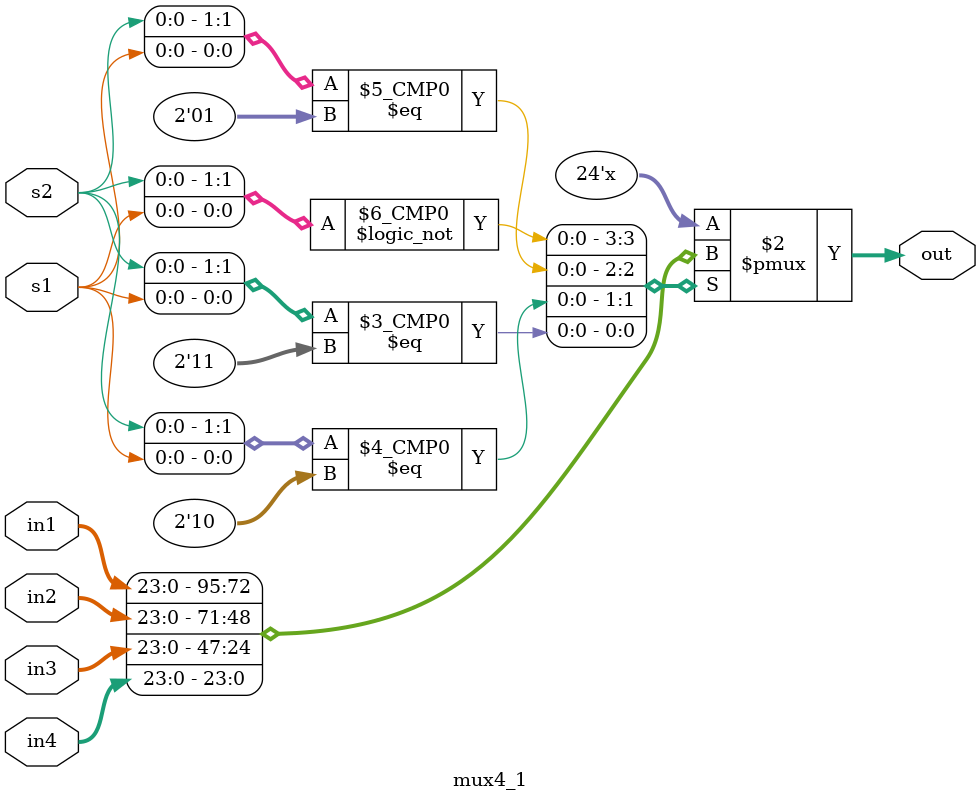
<source format=v>
module mux4_1(in1, in2, in3, in4, s1, s2, out);
input[23:0] in1, in2, in3, in4;
input s1, s2;
output reg[23:0] out;
always @(*) begin
    case ({s2, s1})
        2'b00: out = in1;
        2'b01: out = in2;
        2'b10: out = in3;
        2'b11: out = in4;
    endcase
end

endmodule
</source>
